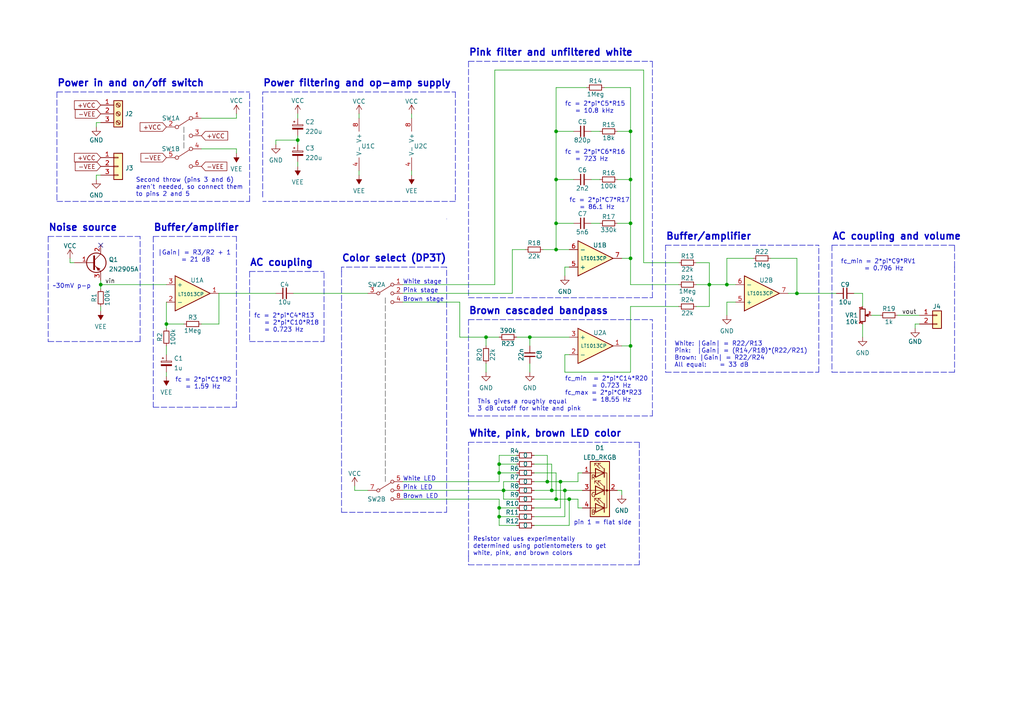
<source format=kicad_sch>
(kicad_sch (version 20211123) (generator eeschema)
  (paper "A4")
  (title_block (title "Colored noise generator") (date "2022-02-03") (rev "v1.0") (company "www.justin-silver.com") (comment 1 "Justin Silver") (comment 2 "Inspired by Rod Eliott's Pink Noise Generator") (comment 3 "https://sound-au.com/project11.htm"))
  (lib_symbols
    (symbol "Connector:Screw_Terminal_01x03" (pin_names (offset 1.016) hide)
      (property "Reference" "J" (at 0 5.08 0))
      (property "Value" "Screw_Terminal_01x03" (at 0 -5.08 0))
      (symbol "Screw_Terminal_01x03_1_1"
        (rectangle (start -1.27 3.81) (end 1.27 -3.81) (stroke (width 0.254)) (fill (type background)))
        (circle (center 0 -2.54) (radius 0.635) (stroke (width 0.1524)))
        (polyline (pts (xy -0.5334 -2.2098) (xy 0.3302 -3.048)) (stroke (width 0.1524)))
        (polyline (pts (xy -0.5334 0.3302) (xy 0.3302 -0.508)) (stroke (width 0.1524)))
        (polyline (pts (xy -0.5334 2.8702) (xy 0.3302 2.032)) (stroke (width 0.1524)))
        (polyline (pts (xy -0.3556 -2.032) (xy 0.508 -2.8702)) (stroke (width 0.1524)))
        (polyline (pts (xy -0.3556 0.508) (xy 0.508 -0.3302)) (stroke (width 0.1524)))
        (polyline (pts (xy -0.3556 3.048) (xy 0.508 2.2098)) (stroke (width 0.1524)))
        (circle (center 0 0) (radius 0.635) (stroke (width 0.1524)))
        (circle (center 0 2.54) (radius 0.635) (stroke (width 0.1524)))
        (pin passive line (at -5.08 2.54 0) (length 3.81) (name "Pin_1") (number "1"))
        (pin passive line (at -5.08 0 0) (length 3.81) (name "Pin_2") (number "2"))
        (pin passive line (at -5.08 -2.54 0) (length 3.81) (name "Pin_3") (number "3"))
      )
    )
    (symbol "Connector_Generic:Conn_01x02" (pin_names (offset 1.016) hide)
      (property "Reference" "J" (at 0 2.54 0))
      (property "Value" "Conn_01x02" (at 0 -5.08 0))
      (symbol "Conn_01x02_1_1"
        (rectangle (start -1.27 -2.413) (end 0 -2.667) (stroke (width 0.1524)))
        (rectangle (start -1.27 0.127) (end 0 -0.127) (stroke (width 0.1524)))
        (rectangle (start -1.27 1.27) (end 1.27 -3.81) (stroke (width 0.254)) (fill (type background)))
        (pin passive line (at -5.08 0 0) (length 3.81) (name "Pin_1") (number "1"))
        (pin passive line (at -5.08 -2.54 0) (length 3.81) (name "Pin_2") (number "2"))
      )
    )
    (symbol "Connector_Generic:Conn_01x03" (pin_names (offset 1.016) hide)
      (property "Reference" "J" (at 0 5.08 0))
      (property "Value" "Conn_01x03" (at 0 -5.08 0))
      (symbol "Conn_01x03_1_1"
        (rectangle (start -1.27 -2.413) (end 0 -2.667) (stroke (width 0.1524)))
        (rectangle (start -1.27 0.127) (end 0 -0.127) (stroke (width 0.1524)))
        (rectangle (start -1.27 2.667) (end 0 2.413) (stroke (width 0.1524)))
        (rectangle (start -1.27 3.81) (end 1.27 -3.81) (stroke (width 0.254)) (fill (type background)))
        (pin passive line (at -5.08 2.54 0) (length 3.81) (name "Pin_1") (number "1"))
        (pin passive line (at -5.08 0 0) (length 3.81) (name "Pin_2") (number "2"))
        (pin passive line (at -5.08 -2.54 0) (length 3.81) (name "Pin_3") (number "3"))
      )
    )
    (symbol "Device:C_Polarized_Small" (pin_numbers hide) (pin_names (offset 0.254) hide)
      (property "Reference" "C" (at 0.254 1.778 0))
      (property "Value" "C_Polarized_Small" (at 0.254 -2.032 0))
      (symbol "C_Polarized_Small_0_1"
        (rectangle (start -1.524 -0.3048) (end 1.524 -0.6858) (fill (type outline)))
        (rectangle (start -1.524 0.6858) (end 1.524 0.3048))
        (polyline (pts (xy -1.27 1.524) (xy -0.762 1.524)))
        (polyline (pts (xy -1.016 1.27) (xy -1.016 1.778)))
      )
      (symbol "C_Polarized_Small_1_1"
        (pin passive line (at 0 2.54 270) (length 1.8542) (name "~") (number "1"))
        (pin passive line (at 0 -2.54 90) (length 1.8542) (name "~") (number "2"))
      )
    )
    (symbol "Device:C_Small" (pin_numbers hide) (pin_names (offset 0.254) hide)
      (property "Reference" "C" (at 0.254 1.778 0))
      (property "Value" "C_Small" (at 0.254 -2.032 0))
      (symbol "C_Small_0_1"
        (polyline (pts (xy -1.524 -0.508) (xy 1.524 -0.508)) (stroke (width 0.3302)))
        (polyline (pts (xy -1.524 0.508) (xy 1.524 0.508)) (stroke (width 0.3048)))
      )
      (symbol "C_Small_1_1"
        (pin passive line (at 0 2.54 270) (length 2.032) (name "~") (number "1"))
        (pin passive line (at 0 -2.54 90) (length 2.032) (name "~") (number "2"))
      )
    )
    (symbol "Device:LED_RKGB" (pin_names (offset 0) hide)
      (property "Reference" "D" (at 0 9.398 0))
      (property "Value" "LED_RKGB" (at 0 -8.89 0))
      (symbol "LED_RKGB_0_0"
        (text "B" (at 1.905 -6.35 0) (effects (font (size 1.27 1.27))))
        (text "G" (at 1.905 -1.27 0) (effects (font (size 1.27 1.27))))
        (text "R" (at 1.905 3.81 0) (effects (font (size 1.27 1.27))))
      )
      (symbol "LED_RKGB_0_1"
        (circle (center -2.032 0) (radius 0.254) (fill (type outline)))
        (polyline (pts (xy -1.27 -5.08) (xy 1.27 -5.08)))
        (polyline (pts (xy -1.27 -3.81) (xy -1.27 -6.35)) (stroke (width 0.254)))
        (polyline (pts (xy -1.27 0) (xy -2.54 0)))
        (polyline (pts (xy -1.27 1.27) (xy -1.27 -1.27)) (stroke (width 0.254)))
        (polyline (pts (xy -1.27 5.08) (xy 1.27 5.08)))
        (polyline (pts (xy -1.27 6.35) (xy -1.27 3.81)) (stroke (width 0.254)))
        (polyline (pts (xy 1.27 -5.08) (xy 2.54 -5.08)))
        (polyline (pts (xy 1.27 0) (xy -1.27 0)))
        (polyline (pts (xy 1.27 0) (xy 2.54 0)))
        (polyline (pts (xy 1.27 5.08) (xy 2.54 5.08)))
        (polyline (pts (xy -1.27 1.27) (xy -1.27 -1.27) (xy -1.27 -1.27)))
        (polyline (pts (xy -1.27 6.35) (xy -1.27 3.81) (xy -1.27 3.81)))
        (polyline (pts (xy -1.27 5.08) (xy -2.032 5.08) (xy -2.032 -5.08) (xy -1.016 -5.08)))
        (polyline (pts (xy 1.27 -3.81) (xy 1.27 -6.35) (xy -1.27 -5.08) (xy 1.27 -3.81)) (stroke (width 0.254)))
        (polyline (pts (xy 1.27 1.27) (xy 1.27 -1.27) (xy -1.27 0) (xy 1.27 1.27)) (stroke (width 0.254)))
        (polyline (pts (xy 1.27 6.35) (xy 1.27 3.81) (xy -1.27 5.08) (xy 1.27 6.35)) (stroke (width 0.254)))
        (polyline (pts (xy -1.016 -3.81) (xy 0.508 -2.286) (xy -0.254 -2.286) (xy 0.508 -2.286) (xy 0.508 -3.048)))
        (polyline (pts (xy -1.016 1.27) (xy 0.508 2.794) (xy -0.254 2.794) (xy 0.508 2.794) (xy 0.508 2.032)))
        (polyline (pts (xy -1.016 6.35) (xy 0.508 7.874) (xy -0.254 7.874) (xy 0.508 7.874) (xy 0.508 7.112)))
        (polyline (pts (xy 0 -3.81) (xy 1.524 -2.286) (xy 0.762 -2.286) (xy 1.524 -2.286) (xy 1.524 -3.048)))
        (polyline (pts (xy 0 1.27) (xy 1.524 2.794) (xy 0.762 2.794) (xy 1.524 2.794) (xy 1.524 2.032)))
        (polyline (pts (xy 0 6.35) (xy 1.524 7.874) (xy 0.762 7.874) (xy 1.524 7.874) (xy 1.524 7.112)))
        (rectangle (start 1.27 -1.27) (end 1.27 1.27))
        (rectangle (start 1.27 1.27) (end 1.27 1.27))
        (rectangle (start 1.27 3.81) (end 1.27 6.35))
        (rectangle (start 1.27 6.35) (end 1.27 6.35))
        (rectangle (start 2.794 8.382) (end -2.794 -7.62) (stroke (width 0.254)) (fill (type background)))
      )
      (symbol "LED_RKGB_1_1"
        (pin passive line (at 5.08 5.08 180) (length 2.54) (name "RA") (number "1"))
        (pin passive line (at -5.08 0 0) (length 2.54) (name "K") (number "2"))
        (pin passive line (at 5.08 0 180) (length 2.54) (name "GA") (number "3"))
        (pin passive line (at 5.08 -5.08 180) (length 2.54) (name "BA") (number "4"))
      )
    )
    (symbol "Device:Opamp_Dual"
      (property "Reference" "U" (at 0 5.08 0))
      (property "Value" "Opamp_Dual" (at 0 -5.08 0))
      (symbol "Opamp_Dual_1_1"
        (polyline (pts (xy -5.08 5.08) (xy 5.08 0) (xy -5.08 -5.08) (xy -5.08 5.08)) (stroke (width 0.254)) (fill (type background)))
        (pin output line (at 7.62 0 180) (length 2.54) (name "~") (number "1"))
        (pin input line (at -7.62 -2.54 0) (length 2.54) (name "-") (number "2"))
        (pin input line (at -7.62 2.54 0) (length 2.54) (name "+") (number "3"))
      )
      (symbol "Opamp_Dual_2_1"
        (polyline (pts (xy -5.08 5.08) (xy 5.08 0) (xy -5.08 -5.08) (xy -5.08 5.08)) (stroke (width 0.254)) (fill (type background)))
        (pin input line (at -7.62 2.54 0) (length 2.54) (name "+") (number "5"))
        (pin input line (at -7.62 -2.54 0) (length 2.54) (name "-") (number "6"))
        (pin output line (at 7.62 0 180) (length 2.54) (name "~") (number "7"))
      )
      (symbol "Opamp_Dual_3_1"
        (pin power_in line (at -2.54 -7.62 90) (length 3.81) (name "V-") (number "4"))
        (pin power_in line (at -2.54 7.62 270) (length 3.81) (name "V+") (number "8"))
      )
    )
    (symbol "Device:Q_PNP_BCE" (pin_names (offset 0) hide)
      (property "Reference" "Q" (at 5.08 1.27 0))
      (property "Value" "Q_PNP_BCE" (at 5.08 -1.27 0))
      (symbol "Q_PNP_BCE_0_1"
        (polyline (pts (xy 0.635 0.635) (xy 2.54 2.54)))
        (polyline (pts (xy 0.635 -0.635) (xy 2.54 -2.54) (xy 2.54 -2.54)))
        (polyline (pts (xy 0.635 1.905) (xy 0.635 -1.905) (xy 0.635 -1.905)) (stroke (width 0.508)))
        (polyline (pts (xy 2.286 -1.778) (xy 1.778 -2.286) (xy 1.27 -1.27) (xy 2.286 -1.778) (xy 2.286 -1.778)) (fill (type outline)))
        (circle (center 1.27 0) (radius 2.8194) (stroke (width 0.254)))
      )
      (symbol "Q_PNP_BCE_1_1"
        (pin input line (at -5.08 0 0) (length 5.715) (name "B") (number "1"))
        (pin passive line (at 2.54 5.08 270) (length 2.54) (name "C") (number "2"))
        (pin passive line (at 2.54 -5.08 90) (length 2.54) (name "E") (number "3"))
      )
    )
    (symbol "Device:R_Potentiometer_Small" (pin_names (offset 1.016) hide)
      (property "Reference" "RV" (at -4.445 0 90))
      (property "Value" "R_Potentiometer_Small" (at -2.54 0 90))
      (symbol "R_Potentiometer_Small_0_1"
        (polyline (pts (xy 0.889 0) (xy 0.635 0) (xy 1.651 0.381) (xy 1.651 -0.381) (xy 0.635 0) (xy 0.889 0)) (fill (type outline)))
        (rectangle (start 0.762 1.8034) (end -0.762 -1.8034) (stroke (width 0.254)))
      )
      (symbol "R_Potentiometer_Small_1_1"
        (pin passive line (at 0 2.54 270) (length 0.635) (name "1") (number "1"))
        (pin passive line (at 2.54 0 180) (length 0.9906) (name "2") (number "2"))
        (pin passive line (at 0 -2.54 90) (length 0.635) (name "3") (number "3"))
      )
    )
    (symbol "Device:R_Small" (pin_numbers hide) (pin_names (offset 0.254) hide)
      (property "Reference" "R" (at 0.762 0.508 0))
      (property "Value" "R_Small" (at 0.762 -1.016 0))
      (symbol "R_Small_0_1"
        (rectangle (start -0.762 1.778) (end 0.762 -1.778) (stroke (width 0.2032)))
      )
      (symbol "R_Small_1_1"
        (pin passive line (at 0 2.54 270) (length 0.762) (name "~") (number "1"))
        (pin passive line (at 0 -2.54 90) (length 0.762) (name "~") (number "2"))
      )
    )
    (symbol "Switch:SW_DP3T" (pin_names (offset 0) hide)
      (property "Reference" "SW" (at 0 5.08 0))
      (property "Value" "SW_DP3T" (at 0 -5.08 0))
      (symbol "SW_DP3T_0_1"
        (circle (center -2.032 0) (radius 0.4572))
        (polyline (pts (xy -1.651 0.254) (xy 1.651 2.286)))
        (circle (center 2.032 -2.54) (radius 0.4572))
        (circle (center 2.032 0) (radius 0.4572))
        (circle (center 2.032 2.54) (radius 0.4572))
      )
      (symbol "SW_DP3T_1_1"
        (pin passive line (at 5.08 2.54 180) (length 2.54) (name "1") (number "1"))
        (pin passive line (at 5.08 0 180) (length 2.54) (name "2") (number "2"))
        (pin passive line (at -5.08 0 0) (length 2.54) (name "3") (number "3"))
        (pin passive line (at 5.08 -2.54 180) (length 2.54) (name "4") (number "4"))
      )
      (symbol "SW_DP3T_2_1"
        (pin passive line (at 5.08 2.54 180) (length 2.54) (name "5") (number "5"))
        (pin passive line (at 5.08 0 180) (length 2.54) (name "6") (number "6"))
        (pin passive line (at -5.08 0 0) (length 2.54) (name "7") (number "7"))
        (pin passive line (at 5.08 -2.54 180) (length 2.54) (name "8") (number "8"))
      )
    )
    (symbol "Switch:SW_DPDT_x2" (pin_names (offset 0) hide)
      (property "Reference" "SW" (at 0 4.318 0))
      (property "Value" "SW_DPDT_x2" (at 0 -5.08 0))
      (symbol "SW_DPDT_x2_0_0"
        (circle (center -2.032 0) (radius 0.508))
        (circle (center 2.032 -2.54) (radius 0.508))
      )
      (symbol "SW_DPDT_x2_0_1"
        (polyline (pts (xy -1.524 0.254) (xy 1.651 2.286)))
        (circle (center 2.032 2.54) (radius 0.508))
      )
      (symbol "SW_DPDT_x2_1_1"
        (pin passive line (at 5.08 2.54 180) (length 2.54) (name "A") (number "1"))
        (pin passive line (at -5.08 0 0) (length 2.54) (name "B") (number "2"))
        (pin passive line (at 5.08 -2.54 180) (length 2.54) (name "C") (number "3"))
      )
      (symbol "SW_DPDT_x2_2_1"
        (pin passive line (at 5.08 2.54 180) (length 2.54) (name "A") (number "4"))
        (pin passive line (at -5.08 0 0) (length 2.54) (name "B") (number "5"))
        (pin passive line (at 5.08 -2.54 180) (length 2.54) (name "C") (number "6"))
      )
    )
    (symbol "power:GND" (power) (pin_names (offset 0))
      (property "Value" "GND" (at 0 -3.81 0))
      (symbol "GND_0_1"
        (polyline (pts (xy 0 0) (xy 0 -1.27) (xy 1.27 -1.27) (xy 0 -2.54) (xy -1.27 -1.27) (xy 0 -1.27)))
      )
      (symbol "GND_1_1"
        (pin power_in line (at 0 0 270) (length 0) hide (name "GND") (number "1"))
      )
    )
    (symbol "power:VCC" (power) (pin_names (offset 0))
      (property "Value" "VCC" (at 0 3.81 0))
      (symbol "VCC_0_1"
        (polyline (pts (xy -0.762 1.27) (xy 0 2.54)))
        (polyline (pts (xy 0 0) (xy 0 2.54)))
        (polyline (pts (xy 0 2.54) (xy 0.762 1.27)))
      )
      (symbol "VCC_1_1"
        (pin power_in line (at 0 0 90) (length 0) hide (name "VCC") (number "1"))
      )
    )
    (symbol "power:VEE" (power) (pin_names (offset 0))
      (property "Value" "VEE" (at 0 3.81 0))
      (symbol "VEE_0_1"
        (polyline (pts (xy 0 0) (xy 0 2.54)))
        (polyline (pts (xy 0.762 1.27) (xy -0.762 1.27) (xy 0 2.54) (xy 0.762 1.27)) (fill (type outline)))
      )
      (symbol "VEE_1_1"
        (pin power_in line (at 0 0 90) (length 0) hide (name "VEE") (number "1"))
      )
    )
  )
  (junction (at 161.29 144.78))
  (junction (at 86.36 40.64))
  (junction (at 48.26 93.98))
  (junction (at 210.82 82.55))
  (junction (at 182.88 52.07))
  (junction (at 158.75 139.7))
  (junction (at 161.29 38.1))
  (junction (at 161.29 72.39))
  (junction (at 146.05 142.24))
  (junction (at 162.56 139.7))
  (junction (at 161.29 64.77))
  (junction (at 144.78 137.16))
  (junction (at 182.88 74.93))
  (junction (at 205.74 82.55))
  (junction (at 140.97 97.79))
  (junction (at 153.67 97.79))
  (junction (at 231.14 85.09))
  (junction (at 182.88 100.33))
  (junction (at 182.88 38.1))
  (junction (at 163.83 142.24))
  (junction (at 144.78 149.86))
  (junction (at 182.88 64.77))
  (junction (at 144.78 147.32))
  (junction (at 165.1 144.78))
  (junction (at 161.29 52.07))
  (junction (at 29.21 82.55))
  (junction (at 160.02 142.24))
  (junction (at 144.78 134.62))
  (no_connect (at 29.21 71.12))
  (wire (pts (xy 165.1 102.87) (xy 163.83 102.87)))
  (polyline (pts (xy 72.39 99.06) (xy 93.98 99.06)))
  (polyline (pts (xy 53.34 36.83) (xy 53.34 43.18)) (stroke (width 0.15) (color 72 72 72 1)))
  (polyline (pts (xy 16.51 26.67) (xy 16.51 58.42)))
  (wire (pts (xy 48.26 100.33) (xy 48.26 102.87)))
  (wire (pts (xy 171.45 38.1) (xy 173.99 38.1)))
  (wire (pts (xy 250.19 93.98) (xy 250.19 97.79)))
  (polyline (pts (xy 241.3 107.95) (xy 256.54 107.95)))
  (wire (pts (xy 27.94 52.07) (xy 27.94 50.8)))
  (wire (pts (xy 144.78 147.32) (xy 144.78 149.86)))
  (polyline (pts (xy 185.42 128.27) (xy 185.42 163.83)))
  (wire (pts (xy 165.1 144.78) (xy 165.1 152.4)))
  (wire (pts (xy 68.58 34.29) (xy 68.58 33.02)))
  (polyline (pts (xy 132.08 58.42) (xy 76.2 58.42)))
  (polyline (pts (xy 111.76 86.36) (xy 111.76 139.7)) (stroke (width 0.15) (color 72 72 72 1)))
  (wire (pts (xy 153.67 97.79) (xy 149.86 97.79)))
  (wire (pts (xy 167.64 137.16) (xy 168.91 137.16)))
  (wire (pts (xy 68.58 43.18) (xy 68.58 44.45)))
  (wire (pts (xy 163.83 77.47) (xy 163.83 80.01)))
  (wire (pts (xy 48.26 93.98) (xy 53.34 93.98)))
  (wire (pts (xy 163.83 102.87) (xy 163.83 107.95)))
  (wire (pts (xy 160.02 134.62) (xy 160.02 142.24)))
  (wire (pts (xy 144.78 144.78) (xy 144.78 147.32)))
  (wire (pts (xy 144.78 132.08) (xy 144.78 134.62)))
  (polyline (pts (xy 129.54 63.5) (xy 129.54 63.5)))
  (wire (pts (xy 182.88 88.9) (xy 196.85 88.9)))
  (wire (pts (xy 153.67 97.79) (xy 153.67 100.33)))
  (polyline (pts (xy 99.06 78.74) (xy 99.06 148.59)))
  (polyline (pts (xy 13.97 68.58) (xy 40.64 68.58)))
  (wire (pts (xy 223.52 74.93) (xy 231.14 74.93)))
  (wire (pts (xy 144.78 139.7) (xy 144.78 137.16)))
  (polyline (pts (xy 72.39 78.74) (xy 72.39 99.06)))
  (wire (pts (xy 201.93 82.55) (xy 205.74 82.55)))
  (wire (pts (xy 180.34 142.24) (xy 180.34 143.51)))
  (wire (pts (xy 133.35 97.79) (xy 133.35 87.63)))
  (polyline (pts (xy 135.89 17.78) (xy 189.23 17.78)))
  (polyline (pts (xy 135.89 92.71) (xy 189.23 92.71)))
  (polyline (pts (xy 72.39 78.74) (xy 93.98 78.74)))
  (polyline (pts (xy 135.89 161.29) (xy 135.89 128.27)))
  (wire (pts (xy 63.5 93.98) (xy 63.5 85.09)))
  (wire (pts (xy 165.1 144.78) (xy 167.64 144.78)))
  (wire (pts (xy 154.94 134.62) (xy 160.02 134.62)))
  (wire (pts (xy 182.88 82.55) (xy 196.85 82.55)))
  (wire (pts (xy 153.67 97.79) (xy 165.1 97.79)))
  (wire (pts (xy 179.07 64.77) (xy 182.88 64.77)))
  (wire (pts (xy 133.35 97.79) (xy 140.97 97.79)))
  (wire (pts (xy 161.29 25.4) (xy 161.29 38.1)))
  (wire (pts (xy 154.94 144.78) (xy 161.29 144.78)))
  (polyline (pts (xy 189.23 35.56) (xy 189.23 17.78)))
  (wire (pts (xy 201.93 76.2) (xy 205.74 76.2)))
  (wire (pts (xy 186.69 20.32) (xy 186.69 76.2)))
  (wire (pts (xy 182.88 74.93) (xy 180.34 74.93)))
  (wire (pts (xy 179.07 38.1) (xy 182.88 38.1)))
  (wire (pts (xy 201.93 88.9) (xy 205.74 88.9)))
  (wire (pts (xy 144.78 134.62) (xy 144.78 137.16)))
  (wire (pts (xy 161.29 64.77) (xy 161.29 72.39)))
  (wire (pts (xy 265.43 93.98) (xy 266.7 93.98)))
  (wire (pts (xy 104.14 49.53) (xy 104.14 50.8)))
  (wire (pts (xy 205.74 88.9) (xy 205.74 82.55)))
  (wire (pts (xy 86.36 40.64) (xy 86.36 41.91)))
  (wire (pts (xy 119.38 49.53) (xy 119.38 50.8)))
  (polyline (pts (xy 76.2 26.67) (xy 132.08 26.67)))
  (wire (pts (xy 20.32 74.93) (xy 20.32 76.2)))
  (wire (pts (xy 106.68 142.24) (xy 102.87 142.24)))
  (polyline (pts (xy 276.86 77.47) (xy 276.86 107.95)))
  (wire (pts (xy 182.88 74.93) (xy 182.88 82.55)))
  (wire (pts (xy 104.14 33.02) (xy 104.14 34.29)))
  (wire (pts (xy 58.42 43.18) (xy 68.58 43.18)))
  (polyline (pts (xy 40.64 99.06) (xy 40.64 68.58)))
  (wire (pts (xy 29.21 82.55) (xy 29.21 83.82)))
  (wire (pts (xy 157.48 72.39) (xy 161.29 72.39)))
  (wire (pts (xy 163.83 107.95) (xy 182.88 107.95)))
  (wire (pts (xy 231.14 85.09) (xy 242.57 85.09)))
  (wire (pts (xy 162.56 139.7) (xy 162.56 147.32)))
  (wire (pts (xy 210.82 87.63) (xy 210.82 91.44)))
  (wire (pts (xy 27.94 50.8) (xy 29.21 50.8)))
  (polyline (pts (xy 129.54 148.59) (xy 129.54 77.47)))
  (polyline (pts (xy 76.2 57.15) (xy 76.2 26.67)))
  (polyline (pts (xy 189.23 35.56) (xy 189.23 35.56)))
  (polyline (pts (xy 72.39 58.42) (xy 72.39 26.67)))
  (polyline (pts (xy 135.89 161.29) (xy 135.89 163.83)))
  (wire (pts (xy 167.64 147.32) (xy 168.91 147.32)))
  (polyline (pts (xy 135.89 128.27) (xy 185.42 128.27)))
  (wire (pts (xy 148.59 72.39) (xy 152.4 72.39)))
  (polyline (pts (xy 132.08 26.67) (xy 132.08 58.42)))
  (polyline (pts (xy 135.89 92.71) (xy 135.89 120.65)))
  (wire (pts (xy 228.6 85.09) (xy 231.14 85.09)))
  (wire (pts (xy 29.21 82.55) (xy 48.26 82.55)))
  (wire (pts (xy 210.82 82.55) (xy 213.36 82.55)))
  (polyline (pts (xy 241.3 71.12) (xy 241.3 107.95)))
  (wire (pts (xy 231.14 74.93) (xy 231.14 85.09)))
  (polyline (pts (xy 13.97 68.58) (xy 13.97 99.06)))
  (wire (pts (xy 205.74 82.55) (xy 210.82 82.55)))
  (polyline (pts (xy 189.23 120.65) (xy 189.23 92.71)))
  (polyline (pts (xy 44.45 118.11) (xy 68.58 118.11)))
  (wire (pts (xy 153.67 105.41) (xy 153.67 107.95)))
  (polyline (pts (xy 129.54 77.47) (xy 99.06 77.47)))
  (wire (pts (xy 162.56 139.7) (xy 167.64 139.7)))
  (wire (pts (xy 161.29 52.07) (xy 161.29 64.77)))
  (polyline (pts (xy 189.23 86.36) (xy 189.23 35.56)))
  (wire (pts (xy 182.88 64.77) (xy 182.88 74.93)))
  (wire (pts (xy 144.78 132.08) (xy 149.86 132.08)))
  (polyline (pts (xy 13.97 99.06) (xy 40.64 99.06)))
  (wire (pts (xy 175.26 25.4) (xy 182.88 25.4)))
  (polyline (pts (xy 44.45 68.58) (xy 44.45 118.11)))
  (polyline (pts (xy 193.04 71.12) (xy 193.04 107.95)))
  (wire (pts (xy 161.29 38.1) (xy 166.37 38.1)))
  (wire (pts (xy 154.94 137.16) (xy 161.29 137.16)))
  (wire (pts (xy 158.75 139.7) (xy 162.56 139.7)))
  (wire (pts (xy 161.29 137.16) (xy 161.29 144.78)))
  (wire (pts (xy 265.43 93.98) (xy 265.43 95.25)))
  (wire (pts (xy 144.78 149.86) (xy 144.78 152.4)))
  (wire (pts (xy 58.42 34.29) (xy 68.58 34.29)))
  (wire (pts (xy 182.88 52.07) (xy 182.88 64.77)))
  (wire (pts (xy 85.09 85.09) (xy 106.68 85.09)))
  (wire (pts (xy 148.59 72.39) (xy 148.59 85.09)))
  (wire (pts (xy 250.19 85.09) (xy 247.65 85.09)))
  (wire (pts (xy 133.35 87.63) (xy 116.84 87.63)))
  (wire (pts (xy 182.88 38.1) (xy 182.88 52.07)))
  (polyline (pts (xy 193.04 71.12) (xy 237.49 71.12)))
  (wire (pts (xy 260.35 91.44) (xy 266.7 91.44)))
  (wire (pts (xy 210.82 74.93) (xy 218.44 74.93)))
  (wire (pts (xy 167.64 144.78) (xy 167.64 147.32)))
  (wire (pts (xy 102.87 140.97) (xy 102.87 142.24)))
  (wire (pts (xy 48.26 87.63) (xy 48.26 93.98)))
  (wire (pts (xy 58.42 93.98) (xy 63.5 93.98)))
  (wire (pts (xy 143.51 82.55) (xy 143.51 20.32)))
  (wire (pts (xy 144.78 134.62) (xy 149.86 134.62)))
  (wire (pts (xy 140.97 105.41) (xy 140.97 107.95)))
  (polyline (pts (xy 135.89 86.36) (xy 189.23 86.36)))
  (wire (pts (xy 140.97 100.33) (xy 140.97 97.79)))
  (polyline (pts (xy 135.89 17.78) (xy 135.89 86.36)))
  (wire (pts (xy 86.36 46.99) (xy 86.36 48.26)))
  (wire (pts (xy 163.83 142.24) (xy 163.83 149.86)))
  (wire (pts (xy 161.29 64.77) (xy 166.37 64.77)))
  (polyline (pts (xy 276.86 107.95) (xy 255.27 107.95)))
  (wire (pts (xy 161.29 144.78) (xy 165.1 144.78)))
  (polyline (pts (xy 135.89 163.83) (xy 185.42 163.83)))
  (wire (pts (xy 252.73 91.44) (xy 255.27 91.44)))
  (wire (pts (xy 63.5 85.09) (xy 80.01 85.09)))
  (wire (pts (xy 27.94 36.83) (xy 27.94 35.56)))
  (wire (pts (xy 143.51 20.32) (xy 186.69 20.32)))
  (wire (pts (xy 250.19 88.9) (xy 250.19 85.09)))
  (wire (pts (xy 116.84 142.24) (xy 146.05 142.24)))
  (wire (pts (xy 116.84 82.55) (xy 143.51 82.55)))
  (wire (pts (xy 161.29 38.1) (xy 161.29 52.07)))
  (wire (pts (xy 171.45 64.77) (xy 173.99 64.77)))
  (polyline (pts (xy 193.04 107.95) (xy 237.49 107.95)))
  (polyline (pts (xy 241.3 71.12) (xy 256.54 71.12)))
  (wire (pts (xy 158.75 132.08) (xy 158.75 139.7)))
  (wire (pts (xy 163.83 142.24) (xy 168.91 142.24)))
  (wire (pts (xy 146.05 144.78) (xy 149.86 144.78)))
  (wire (pts (xy 170.18 25.4) (xy 161.29 25.4)))
  (wire (pts (xy 154.94 139.7) (xy 158.75 139.7)))
  (wire (pts (xy 146.05 142.24) (xy 146.05 139.7)))
  (polyline (pts (xy 276.86 71.12) (xy 256.54 71.12)))
  (wire (pts (xy 180.34 100.33) (xy 182.88 100.33)))
  (polyline (pts (xy 99.06 148.59) (xy 129.54 148.59)))
  (wire (pts (xy 116.84 144.78) (xy 144.78 144.78)))
  (wire (pts (xy 154.94 152.4) (xy 165.1 152.4)))
  (wire (pts (xy 48.26 93.98) (xy 48.26 95.25)))
  (wire (pts (xy 186.69 76.2) (xy 196.85 76.2)))
  (wire (pts (xy 48.26 107.95) (xy 48.26 109.22)))
  (polyline (pts (xy 135.89 120.65) (xy 189.23 120.65)))
  (wire (pts (xy 144.78 137.16) (xy 149.86 137.16)))
  (wire (pts (xy 116.84 85.09) (xy 148.59 85.09)))
  (wire (pts (xy 154.94 147.32) (xy 162.56 147.32)))
  (polyline (pts (xy 99.06 77.47) (xy 99.06 78.74)))
  (wire (pts (xy 179.07 52.07) (xy 182.88 52.07)))
  (wire (pts (xy 163.83 77.47) (xy 165.1 77.47)))
  (wire (pts (xy 146.05 139.7) (xy 149.86 139.7)))
  (polyline (pts (xy 276.86 77.47) (xy 276.86 71.12)))
  (wire (pts (xy 171.45 52.07) (xy 173.99 52.07)))
  (wire (pts (xy 146.05 142.24) (xy 149.86 142.24)))
  (wire (pts (xy 86.36 33.02) (xy 86.36 34.29)))
  (wire (pts (xy 182.88 100.33) (xy 182.88 88.9)))
  (wire (pts (xy 213.36 87.63) (xy 210.82 87.63)))
  (wire (pts (xy 182.88 100.33) (xy 182.88 107.95)))
  (wire (pts (xy 29.21 81.28) (xy 29.21 82.55)))
  (wire (pts (xy 182.88 25.4) (xy 182.88 38.1)))
  (wire (pts (xy 160.02 142.24) (xy 163.83 142.24)))
  (wire (pts (xy 167.64 139.7) (xy 167.64 137.16)))
  (wire (pts (xy 205.74 76.2) (xy 205.74 82.55)))
  (polyline (pts (xy 93.98 99.06) (xy 93.98 78.74)))
  (wire (pts (xy 80.01 40.64) (xy 86.36 40.64)))
  (wire (pts (xy 146.05 142.24) (xy 146.05 144.78)))
  (wire (pts (xy 144.78 97.79) (xy 140.97 97.79)))
  (polyline (pts (xy 44.45 68.58) (xy 68.58 68.58)))
  (wire (pts (xy 29.21 88.9) (xy 29.21 90.17)))
  (polyline (pts (xy 16.51 58.42) (xy 72.39 58.42)))
  (wire (pts (xy 154.94 142.24) (xy 160.02 142.24)))
  (wire (pts (xy 80.01 41.91) (xy 80.01 40.64)))
  (wire (pts (xy 161.29 52.07) (xy 166.37 52.07)))
  (polyline (pts (xy 237.49 107.95) (xy 237.49 71.12)))
  (wire (pts (xy 161.29 72.39) (xy 165.1 72.39)))
  (polyline (pts (xy 68.58 118.11) (xy 68.58 68.58)))
  (wire (pts (xy 144.78 149.86) (xy 149.86 149.86)))
  (wire (pts (xy 154.94 149.86) (xy 163.83 149.86)))
  (wire (pts (xy 144.78 152.4) (xy 149.86 152.4)))
  (polyline (pts (xy 16.51 26.67) (xy 72.39 26.67)))
  (wire (pts (xy 210.82 82.55) (xy 210.82 74.93)))
  (wire (pts (xy 21.59 76.2) (xy 20.32 76.2)))
  (wire (pts (xy 116.84 139.7) (xy 144.78 139.7)))
  (wire (pts (xy 119.38 33.02) (xy 119.38 34.29)))
  (wire (pts (xy 154.94 132.08) (xy 158.75 132.08)))
  (wire (pts (xy 180.34 142.24) (xy 179.07 142.24)))
  (wire (pts (xy 144.78 147.32) (xy 149.86 147.32)))
  (wire (pts (xy 86.36 39.37) (xy 86.36 40.64)))
  (wire (pts (xy 27.94 35.56) (xy 29.21 35.56)))
  (text "Color select (DP3T)" (at 99.06 76.2 0) (effects (font (size 2 2) bold) (justify left bottom)))
  (text "~30mV p-p" (at 15.24 83.82 0) (effects (font (size 1.27 1.27)) (justify left bottom)))
  (text "fc_min  = 2*pi*C14*R20\n        = 0.723 Hz\nfc_max = 2*pi*C8*R23\n        = 18.55 Hz" (at 163.83 116.84 0) (effects (font (size 1.27 1.27)) (justify left bottom)))
  (text "Resistor values experimentally \ndetermined using potientometers to get \nwhite, pink, and brown colors" (at 137.16 161.29 0) (effects (font (size 1.27 1.27)) (justify left bottom)))
  (text "pin 1 = flat side" (at 166.37 152.4 0) (effects (font (size 1.27 1.27)) (justify left bottom)))
  (text "White, pink, brown LED color" (at 135.89 127 0) (effects (font (size 2 2) bold) (justify left bottom)))
  (text "Power in and on/off switch" (at 16.51 25.4 0) (effects (font (size 2 2) bold) (justify left bottom)))
  (text "Buffer/amplifier" (at 193.04 69.85 0) (effects (font (size 2 2) bold) (justify left bottom)))
  (text "Brown LED" (at 116.84 144.78 0) (effects (font (size 1.27 1.27)) (justify left bottom)))
  (text "fc = 2*pi*C6*R16\n   = 723 Hz" (at 163.83 46.99 0) (effects (font (size 1.27 1.27)) (justify left bottom)))
  (text "fc_min = 2*pi*C9*RV1\n       = 0.796 Hz" (at 243.84 78.74 0) (effects (font (size 1.27 1.27)) (justify left bottom)))
  (text "Noise source" (at 13.97 67.31 0) (effects (font (size 2 2) (thickness 0.4) bold) (justify left bottom)))
  (text "Pink filter and unfiltered white" (at 135.89 16.51 0) (effects (font (size 2 2) bold) (justify left bottom)))
  (text "Pink LED" (at 116.84 142.24 0) (effects (font (size 1.27 1.27)) (justify left bottom)))
  (text "Buffer/amplifier" (at 44.45 67.31 0) (effects (font (size 2 2) bold) (justify left bottom)))
  (text "|Gain| = R3/R2 + 1\n       = 21 dB" (at 45.72 76.2 0) (effects (font (size 1.27 1.27)) (justify left bottom)))
  (text "fc = 2*pi*C5*R15\n   = 10.8 kHz" (at 163.83 33.02 0) (effects (font (size 1.27 1.27)) (justify left bottom)))
  (text "fc = 2*pi*C7*R17\n   = 86.1 Hz" (at 165.1 60.96 0) (effects (font (size 1.27 1.27)) (justify left bottom)))
  (text "Pink stage" (at 116.84 85.09 0) (effects (font (size 1.27 1.27)) (justify left bottom)))
  (text "fc = 2*pi*C1*R2\n   = 1.59 Hz" (at 50.8 113.03 0) (effects (font (size 1.27 1.27)) (justify left bottom)))
  (text "fc = 2*pi*C4*R13\n   = 2*pi*C10*R18\n   = 0.723 Hz" (at 73.66 96.52 0) (effects (font (size 1.27 1.27)) (justify left bottom)))
  (text "White LED" (at 116.84 139.7 0) (effects (font (size 1.27 1.27)) (justify left bottom)))
  (text "Brown stage" (at 116.84 87.63 0) (effects (font (size 1.27 1.27)) (justify left bottom)))
  (text "Second throw (pins 3 and 6) \naren't needed, so connect them\nto pins 2 and 5" (at 39.37 57.15 0) (effects (font (size 1.27 1.27)) (justify left bottom)))
  (text "White stage" (at 116.84 82.55 0) (effects (font (size 1.27 1.27)) (justify left bottom)))
  (text "White: |Gain| = R22/R13\nPink:  |Gain| = (R14/R18)*(R22/R21)\nBrown: |Gain| = R22/R24\nAll equal:    = 33 dB" (at 195.58 106.68 0) (effects (font (size 1.27 1.27)) (justify left bottom)))
  (text "Brown cascaded bandpass" (at 135.89 91.44 0) (effects (font (size 2 2) bold) (justify left bottom)))
  (text "AC coupling and volume" (at 241.3 69.85 0) (effects (font (size 2 2) bold) (justify left bottom)))
  (text "Power filtering and op-amp supply" (at 76.2 25.4 0) (effects (font (size 2 2) bold) (justify left bottom)))
  (text "AC coupling" (at 72.39 77.47 0) (effects (font (size 2 2) bold) (justify left bottom)))
  (text "This gives a roughly equal \n3 dB cutoff for white and pink" (at 138.43 119.38 0) (effects (font (size 1.27 1.27)) (justify left bottom)))
  (label "vout" (at 261.62 91.44 0))
  (label "vin" (at 30.48 82.55 0))
  (global_label "+VCC" (shape input) (at 29.21 45.72 180) (property "Intersheet References" "${INTERSHEET_REFS}" (effects hide)))
  (global_label "-VEE" (shape input) (at 29.21 33.02 180) (property "Intersheet References" "${INTERSHEET_REFS}" (effects hide)))
  (global_label "+VCC" (shape input) (at 48.26 36.83 180) (property "Intersheet References" "${INTERSHEET_REFS}" (effects hide)))
  (global_label "-VEE" (shape input) (at 58.42 48.26 0) (property "Intersheet References" "${INTERSHEET_REFS}" (effects hide)))
  (global_label "-VEE" (shape input) (at 29.21 48.26 180) (property "Intersheet References" "${INTERSHEET_REFS}" (effects hide)))
  (global_label "+VCC" (shape input) (at 58.42 39.37 0) (property "Intersheet References" "${INTERSHEET_REFS}" (effects hide)))
  (global_label "+VCC" (shape input) (at 29.21 30.48 180) (property "Intersheet References" "${INTERSHEET_REFS}" (effects hide)))
  (global_label "-VEE" (shape input) (at 48.26 45.72 180) (property "Intersheet References" "${INTERSHEET_REFS}" (effects hide)))
  (symbol (lib_id "Switch:SW_DP3T") (at 111.76 85.09 0) (unit 1)
    (property "Reference" "SW2" (at 109.22 82.55 0))
    (property "Value" "DP3T" (effects hide))
    (property "Footprint" "switches:dp3t" (effects hide))
  )
  (symbol (lib_id "power:VEE") (at 68.58 44.45 180) (unit 1)
    (property "Reference" "#PWR07" (effects hide))
    (property "Value" "VEE" (at 68.58 49.0125 0))
  )
  (symbol (lib_id "power:GND") (at 163.83 80.01 0) (unit 1)
    (property "Reference" "#PWR014" (effects hide))
    (property "Value" "GND" (at 163.83 84.5725 0))
  )
  (symbol (lib_id "Device:Opamp_Dual") (at 101.6 41.91 0) (mirror y) (unit 3)
    (property "Reference" "U1" (at 104.775 42.389 0) (effects (justify right)))
    (property "Value" "LT1013CP" (effects hide))
    (property "Footprint" "Package_DIP:DIP-8_W7.62mm_Socket" (effects hide))
  )
  (symbol (lib_id "power:GND") (at 250.19 97.79 0) (unit 1)
    (property "Reference" "#PWR020" (effects hide))
    (property "Value" "GND" (at 250.19 102.3525 0))
  )
  (symbol (lib_id "power:GND") (at 27.94 36.83 0) (unit 1)
    (property "Reference" "#PWR01" (effects hide))
    (property "Value" "GND" (at 27.94 40.64 0))
  )
  (symbol (lib_id "Device:Opamp_Dual") (at 172.72 74.93 0) (mirror x) (unit 2)
    (property "Reference" "U1" (at 173.99 71.12 0))
    (property "Value" "LT1013CP" (at 172.212 74.93 0) (effects (font (size 1 1))))
    (property "Footprint" "Package_DIP:DIP-8_W7.62mm_Socket" (effects hide))
  )
  (symbol (lib_id "power:VCC") (at 20.32 74.93 0) (unit 1)
    (property "Reference" "#PWR0101" (effects hide))
    (property "Value" "VCC" (at 20.32 71.3255 0))
  )
  (symbol (lib_id "power:VEE") (at 29.21 90.17 180) (unit 1)
    (property "Reference" "#PWR0102" (effects hide))
    (property "Value" "VEE" (at 29.21 94.7325 0))
  )
  (symbol (lib_id "Device:R_Small") (at 29.21 86.36 180) (unit 1)
    (property "Reference" "R1" (at 27.305 86.36 90))
    (property "Value" "100k" (at 31.115 86.36 90))
    (property "Footprint" "Resistor_THT:R_Axial_DIN0207_L6.3mm_D2.5mm_P7.62mm_Horizontal" (effects hide))
  )
  (symbol (lib_id "Device:R_Small") (at 152.4 147.32 90) (unit 1)
    (property "Reference" "R10" (at 148.59 146.05 90))
    (property "Value" "0" (at 152.4 147.32 90))
    (property "Footprint" "Resistor_THT:R_Axial_DIN0207_L6.3mm_D2.5mm_P7.62mm_Horizontal" (effects hide))
  )
  (symbol (lib_id "Device:R_Small") (at 199.39 82.55 90) (unit 1)
    (property "Reference" "R21" (at 199.39 80.645 90))
    (property "Value" "1Meg" (at 199.39 84.455 90))
    (property "Footprint" "Resistor_THT:R_Axial_DIN0207_L6.3mm_D2.5mm_P7.62mm_Horizontal" (effects hide))
  )
  (symbol (lib_id "Connector:Screw_Terminal_01x03") (at 34.29 33.02 0) (unit 1)
    (property "Reference" "J2" (at 36.195 33.02 0) (effects (justify left)))
    (property "Value" "Screw_Terminal_01x03" (effects hide))
    (property "Footprint" "connectors:screw_terminal_1x3" (effects hide))
  )
  (symbol (lib_id "Device:R_Small") (at 152.4 134.62 90) (unit 1)
    (property "Reference" "R5" (at 149.225 133.35 90))
    (property "Value" "0" (at 152.4 134.62 90))
    (property "Footprint" "Resistor_THT:R_Axial_DIN0207_L6.3mm_D2.5mm_P7.62mm_Horizontal" (effects hide))
  )
  (symbol (lib_id "power:VCC") (at 86.36 33.02 0) (unit 1)
    (property "Reference" "#PWR011" (effects hide))
    (property "Value" "VCC" (at 86.36 29.21 0))
  )
  (symbol (lib_id "Device:R_Small") (at 176.53 52.07 90) (unit 1)
    (property "Reference" "R16" (at 176.53 50.165 90))
    (property "Value" "100k" (at 176.53 53.975 90))
    (property "Footprint" "Resistor_THT:R_Axial_DIN0207_L6.3mm_D2.5mm_P7.62mm_Horizontal" (effects hide))
  )
  (symbol (lib_id "Device:C_Small") (at 168.91 64.77 90) (unit 1)
    (property "Reference" "C7" (at 168.9163 62.0164 90))
    (property "Value" "5n6" (at 168.91 67.31 90))
    (property "Footprint" "Capacitor_THT:C_Rect_L7.2mm_W2.5mm_P5.00mm_FKS2_FKP2_MKS2_MKP2" (effects hide))
  )
  (symbol (lib_id "Device:C_Polarized_Small") (at 48.26 105.41 0) (unit 1)
    (property "Reference" "C1" (at 50.419 103.9554 0) (effects (justify left)))
    (property "Value" "1u" (at 50.419 106.7305 0) (effects (justify left)))
    (property "Footprint" "Capacitor_THT:CP_Axial_L10.0mm_D6.0mm_P15.00mm_Horizontal" (effects hide))
  )
  (symbol (lib_id "Device:Opamp_Dual") (at 220.98 85.09 0) (mirror x) (unit 2)
    (property "Reference" "U2" (at 222.25 81.28 0))
    (property "Value" "LT1013CP" (at 220.472 85.09 0) (effects (font (size 1 1))))
    (property "Footprint" "Package_DIP:DIP-8_W7.62mm_Socket" (effects hide))
  )
  (symbol (lib_id "power:GND") (at 80.01 41.91 0) (unit 1)
    (property "Reference" "#PWR010" (effects hide))
    (property "Value" "GND" (at 80.01 46.4725 0))
  )
  (symbol (lib_id "power:VEE") (at 104.14 50.8 180) (unit 1)
    (property "Reference" "#PWR017" (effects hide))
    (property "Value" "VEE" (at 104.14 55.3625 0))
  )
  (symbol (lib_id "Device:R_Small") (at 152.4 142.24 90) (unit 1)
    (property "Reference" "R8" (at 149.225 140.97 90))
    (property "Value" "0" (at 152.4 142.24 90))
    (property "Footprint" "Resistor_THT:R_Axial_DIN0207_L6.3mm_D2.5mm_P7.62mm_Horizontal" (effects hide))
  )
  (symbol (lib_id "Device:R_Small") (at 172.72 25.4 90) (unit 1)
    (property "Reference" "R14" (at 172.72 23.495 90))
    (property "Value" "1Meg" (at 172.72 27.305 90))
    (property "Footprint" "Resistor_THT:R_Axial_DIN0207_L6.3mm_D2.5mm_P7.62mm_Horizontal" (effects hide))
  )
  (symbol (lib_id "power:GND") (at 153.67 107.95 0) (unit 1)
    (property "Reference" "#PWR015" (effects hide))
    (property "Value" "GND" (at 153.67 112.5125 0))
  )
  (symbol (lib_id "Device:Q_PNP_BCE") (at 26.67 76.2 0) (unit 1)
    (property "Reference" "Q1" (at 31.5214 75.2915 0) (effects (justify left)))
    (property "Value" "2N2905A" (at 31.5214 78.0666 0) (effects (justify left)))
    (property "Footprint" "transistors:2N2905A-TO-39" (effects hide))
  )
  (symbol (lib_id "Device:R_Small") (at 152.4 137.16 90) (unit 1)
    (property "Reference" "R6" (at 149.225 135.89 90))
    (property "Value" "0" (at 152.4 137.16 90))
    (property "Footprint" "Resistor_THT:R_Axial_DIN0207_L6.3mm_D2.5mm_P7.62mm_Horizontal" (effects hide))
  )
  (symbol (lib_id "Device:Opamp_Dual") (at 172.72 100.33 0) (unit 1)
    (property "Reference" "U2" (at 173.99 96.52 0))
    (property "Value" "LT1013CP" (at 172.212 100.33 0) (effects (font (size 1 1))))
    (property "Footprint" "Package_DIP:DIP-8_W7.62mm_Socket" (effects hide))
  )
  (symbol (lib_id "Switch:SW_DPDT_x2") (at 53.34 36.83 0) (unit 1)
    (property "Reference" "SW1" (at 49.53 34.29 0))
    (property "Value" "DPDT" (effects hide))
    (property "Footprint" "switches:dpdt" (effects hide))
  )
  (symbol (lib_id "Device:R_Small") (at 152.4 132.08 90) (unit 1)
    (property "Reference" "R4" (at 149.225 130.81 90))
    (property "Value" "0" (at 152.4 132.08 90))
    (property "Footprint" "Resistor_THT:R_Axial_DIN0207_L6.3mm_D2.5mm_P7.62mm_Horizontal" (effects hide))
  )
  (symbol (lib_id "Device:R_Small") (at 257.81 91.44 90) (unit 1)
    (property "Reference" "R19" (at 257.81 89.535 90))
    (property "Value" "1k" (at 257.81 93.345 90))
    (property "Footprint" "Resistor_THT:R_Axial_DIN0207_L6.3mm_D2.5mm_P7.62mm_Horizontal" (effects hide))
  )
  (symbol (lib_id "Device:Opamp_Dual") (at 55.88 85.09 0) (unit 1)
    (property "Reference" "U1" (at 57.15 81.28 0))
    (property "Value" "LT1013CP" (at 55.372 85.344 0) (effects (font (size 1 1))))
    (property "Footprint" "Package_DIP:DIP-8_W7.62mm_Socket" (effects hide))
  )
  (symbol (lib_id "power:GND") (at 27.94 52.07 0) (unit 1)
    (property "Reference" "#PWR03" (effects hide))
    (property "Value" "GND" (at 27.94 56.6325 0))
  )
  (symbol (lib_id "Device:R_Small") (at 55.88 93.98 90) (unit 1)
    (property "Reference" "R3" (at 55.88 92.075 90))
    (property "Value" "1Meg" (at 55.88 95.885 90))
    (property "Footprint" "Resistor_THT:R_Axial_DIN0207_L6.3mm_D2.5mm_P7.62mm_Horizontal" (effects hide))
  )
  (symbol (lib_id "Device:R_Small") (at 220.98 74.93 90) (unit 1)
    (property "Reference" "R22" (at 220.98 73.025 90))
    (property "Value" "1Meg" (at 220.98 76.835 90))
    (property "Footprint" "Resistor_THT:R_Axial_DIN0207_L6.3mm_D2.5mm_P7.62mm_Horizontal" (effects hide))
  )
  (symbol (lib_id "Device:R_Small") (at 140.97 102.87 180) (unit 1)
    (property "Reference" "R20" (at 139.065 102.87 90))
    (property "Value" "22k" (at 142.875 102.87 90))
    (property "Footprint" "Resistor_THT:R_Axial_DIN0207_L6.3mm_D2.5mm_P7.62mm_Horizontal" (effects hide))
  )
  (symbol (lib_id "power:VCC") (at 102.87 140.97 0) (unit 1)
    (property "Reference" "#PWR08" (effects hide))
    (property "Value" "VCC" (at 102.87 137.3655 0))
  )
  (symbol (lib_id "Device:R_Small") (at 176.53 38.1 90) (unit 1)
    (property "Reference" "R15" (at 176.53 36.195 90))
    (property "Value" "18k" (at 176.53 40.005 90))
    (property "Footprint" "Resistor_THT:R_Axial_DIN0207_L6.3mm_D2.5mm_P7.62mm_Horizontal" (effects hide))
  )
  (symbol (lib_id "Device:R_Small") (at 199.39 76.2 90) (unit 1)
    (property "Reference" "R13" (at 199.39 74.295 90))
    (property "Value" "22k" (at 199.39 78.105 90))
    (property "Footprint" "Resistor_THT:R_Axial_DIN0207_L6.3mm_D2.5mm_P7.62mm_Horizontal" (effects hide))
  )
  (symbol (lib_id "Device:C_Small") (at 168.91 52.07 90) (unit 1)
    (property "Reference" "C6" (at 168.9163 49.3164 90))
    (property "Value" "2n2" (at 168.91 54.61 90))
    (property "Footprint" "Capacitor_THT:C_Rect_L7.2mm_W2.5mm_P5.00mm_FKS2_FKP2_MKS2_MKP2" (effects hide))
  )
  (symbol (lib_id "Device:Opamp_Dual") (at 116.84 41.91 0) (mirror y) (unit 3)
    (property "Reference" "U2" (at 120.015 42.389 0) (effects (justify right)))
    (property "Value" "LT1013CP" (effects hide))
    (property "Footprint" "Package_DIP:DIP-8_W7.62mm_Socket" (effects hide))
  )
  (symbol (lib_id "Device:LED_RKGB") (at 173.99 142.24 0) (mirror y) (unit 1)
    (property "Reference" "D1" (at 173.99 129.8915 0))
    (property "Value" "LED_RKGB" (at 173.99 132.6666 0))
    (property "Footprint" "LED_THT:LED_D5.0mm-4_RGB" (effects hide))
  )
  (symbol (lib_id "power:VCC") (at 119.38 33.02 0) (unit 1)
    (property "Reference" "#PWR018" (effects hide))
    (property "Value" "VCC" (at 119.38 29.4155 0))
  )
  (symbol (lib_id "Device:C_Small") (at 245.11 85.09 90) (unit 1)
    (property "Reference" "C9" (at 245.11 82.55 90))
    (property "Value" "10u" (at 245.11 87.63 90))
    (property "Footprint" "Capacitor_THT:C_Rect_L7.0mm_W6.0mm_P5.00mm" (effects hide))
  )
  (symbol (lib_id "Device:R_Small") (at 154.94 72.39 90) (unit 1)
    (property "Reference" "R18" (at 154.94 70.485 90))
    (property "Value" "22k" (at 154.94 74.295 90))
    (property "Footprint" "Resistor_THT:R_Axial_DIN0207_L6.3mm_D2.5mm_P7.62mm_Horizontal" (effects hide))
  )
  (symbol (lib_id "Connector_Generic:Conn_01x03") (at 34.29 48.26 0) (unit 1)
    (property "Reference" "J3" (at 36.322 48.739 0) (effects (justify left)))
    (property "Value" "Conn_01x03" (effects hide))
    (property "Footprint" "Connector_PinHeader_2.54mm:PinHeader_1x03_P2.54mm_Vertical" (effects hide))
  )
  (symbol (lib_id "Device:R_Small") (at 48.26 97.79 180) (unit 1)
    (property "Reference" "R2" (at 46.355 97.79 90))
    (property "Value" "100k" (at 50.165 97.79 90))
    (property "Footprint" "Resistor_THT:R_Axial_DIN0207_L6.3mm_D2.5mm_P7.62mm_Horizontal" (effects hide))
  )
  (symbol (lib_id "power:GND") (at 210.82 91.44 0) (unit 1)
    (property "Reference" "#PWR023" (effects hide))
    (property "Value" "GND" (at 210.82 96.0025 0))
  )
  (symbol (lib_id "Device:C_Polarized_Small") (at 86.36 36.83 0) (unit 1)
    (property "Reference" "C2" (at 88.519 35.3754 0) (effects (justify left)))
    (property "Value" "220u" (at 88.519 38.1505 0) (effects (justify left)))
    (property "Footprint" "Capacitor_THT:CP_Axial_L18.0mm_D8.0mm_P25.00mm_Horizontal" (effects hide))
  )
  (symbol (lib_id "Device:R_Small") (at 152.4 139.7 90) (unit 1)
    (property "Reference" "R7" (at 149.225 138.43 90))
    (property "Value" "0" (at 152.4 139.7 90))
    (property "Footprint" "Resistor_THT:R_Axial_DIN0207_L6.3mm_D2.5mm_P7.62mm_Horizontal" (effects hide))
  )
  (symbol (lib_id "Device:R_Small") (at 152.4 149.86 90) (unit 1)
    (property "Reference" "R11" (at 148.59 148.59 90))
    (property "Value" "0" (at 152.4 149.86 90))
    (property "Footprint" "Resistor_THT:R_Axial_DIN0207_L6.3mm_D2.5mm_P7.62mm_Horizontal" (effects hide))
  )
  (symbol (lib_id "power:VEE") (at 119.38 50.8 180) (unit 1)
    (property "Reference" "#PWR019" (effects hide))
    (property "Value" "VEE" (at 119.38 55.3625 0))
  )
  (symbol (lib_id "Device:R_Small") (at 199.39 88.9 90) (unit 1)
    (property "Reference" "R24" (at 199.39 86.995 90))
    (property "Value" "22k" (at 199.39 90.805 90))
    (property "Footprint" "Resistor_THT:R_Axial_DIN0207_L6.3mm_D2.5mm_P7.62mm_Horizontal" (effects hide))
  )
  (symbol (lib_id "Device:R_Small") (at 152.4 144.78 90) (unit 1)
    (property "Reference" "R9" (at 149.225 143.51 90))
    (property "Value" "0" (at 152.4 144.78 90))
    (property "Footprint" "Resistor_THT:R_Axial_DIN0207_L6.3mm_D2.5mm_P7.62mm_Horizontal" (effects hide))
  )
  (symbol (lib_id "Device:C_Small") (at 82.55 85.09 90) (unit 1)
    (property "Reference" "C4" (at 82.55 82.55 90))
    (property "Value" "10u" (at 82.55 87.63 90))
    (property "Footprint" "Capacitor_THT:C_Rect_L7.0mm_W6.0mm_P5.00mm" (effects hide))
  )
  (symbol (lib_id "power:VEE") (at 48.26 109.22 180) (unit 1)
    (property "Reference" "#PWR09" (effects hide))
    (property "Value" "VEE" (at 48.26 113.7825 0))
  )
  (symbol (lib_id "Switch:SW_DP3T") (at 111.76 142.24 0) (unit 2)
    (property "Reference" "SW2" (at 109.22 144.78 0))
    (property "Value" "DP3T" (effects hide))
    (property "Footprint" "switches:dp3t" (effects hide))
  )
  (symbol (lib_id "Switch:SW_DPDT_x2") (at 53.34 45.72 0) (unit 2)
    (property "Reference" "SW1" (at 49.53 43.18 0))
    (property "Value" "DPDT" (effects hide))
    (property "Footprint" "switches:dpdt" (effects hide))
  )
  (symbol (lib_id "Device:R_Small") (at 147.32 97.79 270) (unit 1)
    (property "Reference" "R23" (at 147.32 99.695 90))
    (property "Value" "390k" (at 147.32 95.885 90))
    (property "Footprint" "Resistor_THT:R_Axial_DIN0207_L6.3mm_D2.5mm_P7.62mm_Horizontal" (effects hide))
  )
  (symbol (lib_id "power:GND") (at 180.34 143.51 0) (unit 1)
    (property "Reference" "#PWR013" (effects hide))
    (property "Value" "GND" (at 180.34 148.0725 0))
  )
  (symbol (lib_id "power:GND") (at 140.97 107.95 0) (unit 1)
    (property "Reference" "#PWR02" (effects hide))
    (property "Value" "GND" (at 140.97 112.5125 0))
  )
  (symbol (lib_id "Device:C_Polarized_Small") (at 86.36 44.45 0) (unit 1)
    (property "Reference" "C3" (at 88.519 42.9954 0) (effects (justify left)))
    (property "Value" "220u" (at 88.519 45.7705 0) (effects (justify left)))
    (property "Footprint" "Capacitor_THT:CP_Axial_L18.0mm_D8.0mm_P25.00mm_Horizontal" (effects hide))
  )
  (symbol (lib_id "Device:C_Small") (at 153.67 102.87 0) (unit 1)
    (property "Reference" "C8" (at 156.4236 102.8763 90))
    (property "Value" "22n" (at 151.13 102.87 90))
    (property "Footprint" "Capacitor_THT:C_Rect_L7.2mm_W2.5mm_P5.00mm_FKS2_FKP2_MKS2_MKP2" (effects hide))
  )
  (symbol (lib_id "Device:C_Small") (at 168.91 38.1 90) (unit 1)
    (property "Reference" "C5" (at 168.9163 35.3464 90))
    (property "Value" "820p" (at 168.91 40.64 90))
    (property "Footprint" "Capacitor_THT:C_Disc_D4.7mm_W2.5mm_P5.00mm" (effects hide))
  )
  (symbol (lib_id "Device:R_Small") (at 176.53 64.77 90) (unit 1)
    (property "Reference" "R17" (at 176.53 62.865 90))
    (property "Value" "330k" (at 176.53 66.675 90))
    (property "Footprint" "Resistor_THT:R_Axial_DIN0207_L6.3mm_D2.5mm_P7.62mm_Horizontal" (effects hide))
  )
  (symbol (lib_id "Device:R_Potentiometer_Small") (at 250.19 91.44 0) (unit 1)
    (property "Reference" "VR1" (at 248.92 91.44 0) (effects (justify right)))
    (property "Value" "10k" (at 248.92 93.345 0) (effects (justify right)))
    (property "Footprint" "potentiometer:elegoo_pot" (effects hide))
  )
  (symbol (lib_id "Device:R_Small") (at 152.4 152.4 90) (unit 1)
    (property "Reference" "R12" (at 148.59 151.13 90))
    (property "Value" "0" (at 152.4 152.4 90))
    (property "Footprint" "Resistor_THT:R_Axial_DIN0207_L6.3mm_D2.5mm_P7.62mm_Horizontal" (effects hide))
  )
  (symbol (lib_id "Connector_Generic:Conn_01x02") (at 271.78 91.44 0) (unit 1)
    (property "Reference" "J4" (at 270.51 88.9 0) (effects (justify left)))
    (property "Value" "Conn_01x02" (effects hide))
    (property "Footprint" "Connector_PinHeader_2.54mm:PinHeader_1x02_P2.54mm_Vertical" (effects hide))
  )
  (symbol (lib_id "power:VCC") (at 68.58 33.02 0) (unit 1)
    (property "Reference" "#PWR06" (effects hide))
    (property "Value" "VCC" (at 68.58 29.21 0))
  )
  (symbol (lib_id "power:VEE") (at 86.36 48.26 180) (unit 1)
    (property "Reference" "#PWR012" (effects hide))
    (property "Value" "VEE" (at 86.36 52.8225 0))
  )
  (symbol (lib_id "power:GND") (at 265.43 95.25 0) (unit 1)
    (property "Reference" "#PWR022" (effects hide))
    (property "Value" "GND" (at 265.43 99.06 0))
  )
  (symbol (lib_id "power:VCC") (at 104.14 33.02 0) (unit 1)
    (property "Reference" "#PWR016" (effects hide))
    (property "Value" "VCC" (at 104.14 29.4155 0))
  )
)
</source>
